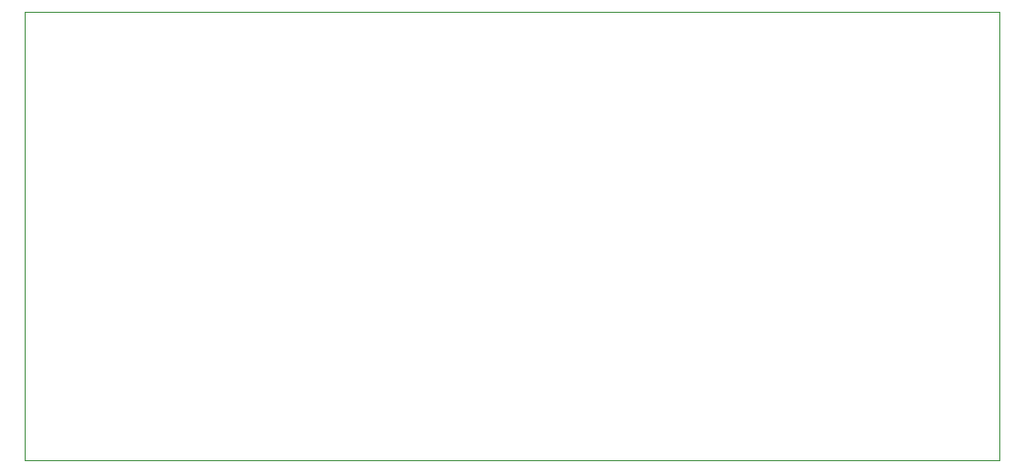
<source format=gko>
G04 Layer_Color=16711935*
%FSLAX42Y42*%
%MOMM*%
G71*
G01*
G75*
%ADD80C,0.10*%
D80*
X2440Y2515D02*
X10800D01*
Y6365D01*
X2440D02*
X10800D01*
X2440Y2515D02*
Y6365D01*
M02*

</source>
